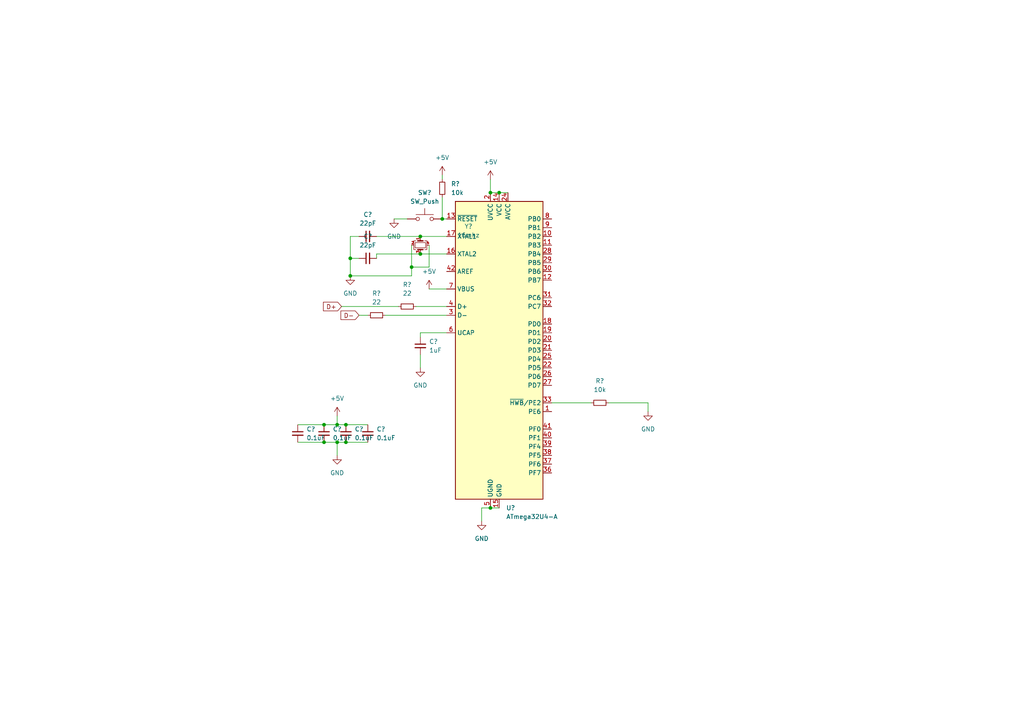
<source format=kicad_sch>
(kicad_sch (version 20211123) (generator eeschema)
  (paper "A4")
  (lib_symbols
    (symbol "Device:C_Small" (pin_numbers hide) (pin_names (offset 0.254) hide)
      (property "Reference" "C" (at 0.254 1.778 0))
      (property "Value" "C_Small" (at 0.254 -2.032 0))
      (symbol "C_Small_0_1"
        (polyline (pts (xy -1.524 -0.508) (xy 1.524 -0.508)) (stroke (width 0.3302)))
        (polyline (pts (xy -1.524 0.508) (xy 1.524 0.508)) (stroke (width 0.3048)))
      )
      (symbol "C_Small_1_1"
        (pin passive line (at 0 2.54 270) (length 2.032) (name "~") (number "1"))
        (pin passive line (at 0 -2.54 90) (length 2.032) (name "~") (number "2"))
      )
    )
    (symbol "Device:Crystal_GND24_Small" (pin_names (offset 1.016) hide)
      (property "Reference" "Y" (at 1.27 4.445 0))
      (property "Value" "Crystal_GND24_Small" (at 1.27 2.54 0))
      (symbol "Crystal_GND24_Small_0_1"
        (rectangle (start -0.762 -1.524) (end 0.762 1.524))
        (polyline (pts (xy -1.27 -0.762) (xy -1.27 0.762)) (stroke (width 0.381)))
        (polyline (pts (xy 1.27 -0.762) (xy 1.27 0.762)) (stroke (width 0.381)))
        (polyline (pts (xy -1.27 -1.27) (xy -1.27 -1.905) (xy 1.27 -1.905) (xy 1.27 -1.27)))
        (polyline (pts (xy -1.27 1.27) (xy -1.27 1.905) (xy 1.27 1.905) (xy 1.27 1.27)))
      )
      (symbol "Crystal_GND24_Small_1_1"
        (pin passive line (at -2.54 0 0) (length 1.27) (name "1") (number "1"))
        (pin passive line (at 0 -2.54 90) (length 0.635) (name "2") (number "2"))
        (pin passive line (at 2.54 0 180) (length 1.27) (name "3") (number "3"))
        (pin passive line (at 0 2.54 270) (length 0.635) (name "4") (number "4"))
      )
    )
    (symbol "Device:R_Small" (pin_numbers hide) (pin_names (offset 0.254) hide)
      (property "Reference" "R" (at 0.762 0.508 0))
      (property "Value" "R_Small" (at 0.762 -1.016 0))
      (symbol "R_Small_0_1"
        (rectangle (start -0.762 1.778) (end 0.762 -1.778) (stroke (width 0.2032)))
      )
      (symbol "R_Small_1_1"
        (pin passive line (at 0 2.54 270) (length 0.762) (name "~") (number "1"))
        (pin passive line (at 0 -2.54 90) (length 0.762) (name "~") (number "2"))
      )
    )
    (symbol "MCU_Microchip_ATmega:ATmega32U4-A"
      (property "Reference" "U" (at -12.7 44.45 0))
      (property "Value" "ATmega32U4-A" (at 2.54 -44.45 0))
      (symbol "ATmega32U4-A_0_1"
        (rectangle (start -12.7 -43.18) (end 12.7 43.18) (stroke (width 0.254)) (fill (type background)))
      )
      (symbol "ATmega32U4-A_1_1"
        (pin bidirectional line (at 15.24 -17.78 180) (length 2.54) (name "PE6") (number "1"))
        (pin bidirectional line (at 15.24 33.02 180) (length 2.54) (name "PB2") (number "10"))
        (pin bidirectional line (at 15.24 30.48 180) (length 2.54) (name "PB3") (number "11"))
        (pin bidirectional line (at 15.24 20.32 180) (length 2.54) (name "PB7") (number "12"))
        (pin input line (at -15.24 38.1 0) (length 2.54) (name "~{RESET}") (number "13"))
        (pin power_in line (at 0 45.72 270) (length 2.54) (name "VCC") (number "14"))
        (pin power_in line (at 0 -45.72 90) (length 2.54) (name "GND") (number "15"))
        (pin output line (at -15.24 27.94 0) (length 2.54) (name "XTAL2") (number "16"))
        (pin input line (at -15.24 33.02 0) (length 2.54) (name "XTAL1") (number "17"))
        (pin bidirectional line (at 15.24 7.62 180) (length 2.54) (name "PD0") (number "18"))
        (pin bidirectional line (at 15.24 5.08 180) (length 2.54) (name "PD1") (number "19"))
        (pin power_in line (at -2.54 45.72 270) (length 2.54) (name "UVCC") (number "2"))
        (pin bidirectional line (at 15.24 2.54 180) (length 2.54) (name "PD2") (number "20"))
        (pin bidirectional line (at 15.24 0 180) (length 2.54) (name "PD3") (number "21"))
        (pin bidirectional line (at 15.24 -5.08 180) (length 2.54) (name "PD5") (number "22"))
        (pin passive line (at 0 -45.72 90) (length 2.54) hide (name "GND") (number "23"))
        (pin power_in line (at 2.54 45.72 270) (length 2.54) (name "AVCC") (number "24"))
        (pin bidirectional line (at 15.24 -2.54 180) (length 2.54) (name "PD4") (number "25"))
        (pin bidirectional line (at 15.24 -7.62 180) (length 2.54) (name "PD6") (number "26"))
        (pin bidirectional line (at 15.24 -10.16 180) (length 2.54) (name "PD7") (number "27"))
        (pin bidirectional line (at 15.24 27.94 180) (length 2.54) (name "PB4") (number "28"))
        (pin bidirectional line (at 15.24 25.4 180) (length 2.54) (name "PB5") (number "29"))
        (pin bidirectional line (at -15.24 10.16 0) (length 2.54) (name "D-") (number "3"))
        (pin bidirectional line (at 15.24 22.86 180) (length 2.54) (name "PB6") (number "30"))
        (pin bidirectional line (at 15.24 15.24 180) (length 2.54) (name "PC6") (number "31"))
        (pin bidirectional line (at 15.24 12.7 180) (length 2.54) (name "PC7") (number "32"))
        (pin bidirectional line (at 15.24 -15.24 180) (length 2.54) (name "~{HWB}/PE2") (number "33"))
        (pin passive line (at 0 45.72 270) (length 2.54) hide (name "VCC") (number "34"))
        (pin passive line (at 0 -45.72 90) (length 2.54) hide (name "GND") (number "35"))
        (pin bidirectional line (at 15.24 -35.56 180) (length 2.54) (name "PF7") (number "36"))
        (pin bidirectional line (at 15.24 -33.02 180) (length 2.54) (name "PF6") (number "37"))
        (pin bidirectional line (at 15.24 -30.48 180) (length 2.54) (name "PF5") (number "38"))
        (pin bidirectional line (at 15.24 -27.94 180) (length 2.54) (name "PF4") (number "39"))
        (pin bidirectional line (at -15.24 12.7 0) (length 2.54) (name "D+") (number "4"))
        (pin bidirectional line (at 15.24 -25.4 180) (length 2.54) (name "PF1") (number "40"))
        (pin bidirectional line (at 15.24 -22.86 180) (length 2.54) (name "PF0") (number "41"))
        (pin passive line (at -15.24 22.86 0) (length 2.54) (name "AREF") (number "42"))
        (pin passive line (at 0 -45.72 90) (length 2.54) hide (name "GND") (number "43"))
        (pin passive line (at 2.54 45.72 270) (length 2.54) hide (name "AVCC") (number "44"))
        (pin passive line (at -2.54 -45.72 90) (length 2.54) (name "UGND") (number "5"))
        (pin passive line (at -15.24 5.08 0) (length 2.54) (name "UCAP") (number "6"))
        (pin input line (at -15.24 17.78 0) (length 2.54) (name "VBUS") (number "7"))
        (pin bidirectional line (at 15.24 38.1 180) (length 2.54) (name "PB0") (number "8"))
        (pin bidirectional line (at 15.24 35.56 180) (length 2.54) (name "PB1") (number "9"))
      )
    )
    (symbol "Switch:SW_Push" (pin_numbers hide) (pin_names (offset 1.016) hide)
      (property "Reference" "SW" (at 1.27 2.54 0))
      (property "Value" "SW_Push" (at 0 -1.524 0))
      (symbol "SW_Push_0_1"
        (circle (center -2.032 0) (radius 0.508))
        (polyline (pts (xy 0 1.27) (xy 0 3.048)))
        (polyline (pts (xy 2.54 1.27) (xy -2.54 1.27)))
        (circle (center 2.032 0) (radius 0.508))
        (pin passive line (at -5.08 0 0) (length 2.54) (name "1") (number "1"))
        (pin passive line (at 5.08 0 180) (length 2.54) (name "2") (number "2"))
      )
    )
    (symbol "power:+5V" (power) (pin_names (offset 0))
      (property "Value" "+5V" (at 0 3.556 0))
      (symbol "+5V_0_1"
        (polyline (pts (xy -0.762 1.27) (xy 0 2.54)))
        (polyline (pts (xy 0 0) (xy 0 2.54)))
        (polyline (pts (xy 0 2.54) (xy 0.762 1.27)))
      )
      (symbol "+5V_1_1"
        (pin power_in line (at 0 0 90) (length 0) hide (name "+5V") (number "1"))
      )
    )
    (symbol "power:GND" (power) (pin_names (offset 0))
      (property "Value" "GND" (at 0 -3.81 0))
      (symbol "GND_0_1"
        (polyline (pts (xy 0 0) (xy 0 -1.27) (xy 1.27 -1.27) (xy 0 -2.54) (xy -1.27 -1.27) (xy 0 -1.27)))
      )
      (symbol "GND_1_1"
        (pin power_in line (at 0 0 270) (length 0) hide (name "GND") (number "1"))
      )
    )
  )
  (junction (at 101.6 80.01))
  (junction (at 100.33 128.27))
  (junction (at 97.79 128.27))
  (junction (at 93.98 123.19))
  (junction (at 100.33 123.19))
  (junction (at 119.38 77.47))
  (junction (at 121.92 68.58))
  (junction (at 128.27 63.5))
  (junction (at 93.98 128.27))
  (junction (at 142.24 147.32))
  (junction (at 101.6 74.93))
  (junction (at 142.24 55.88))
  (junction (at 121.92 73.66))
  (junction (at 97.79 123.19))
  (junction (at 144.78 55.88))
  (wire (pts (xy 104.14 91.44) (xy 106.68 91.44)))
  (wire (pts (xy 86.36 123.19) (xy 93.98 123.19)))
  (wire (pts (xy 121.92 102.87) (xy 121.92 106.68)))
  (wire (pts (xy 86.36 128.27) (xy 93.98 128.27)))
  (wire (pts (xy 97.79 128.27) (xy 100.33 128.27)))
  (wire (pts (xy 100.33 128.27) (xy 106.68 128.27)))
  (wire (pts (xy 109.22 73.66) (xy 109.22 74.93)))
  (wire (pts (xy 121.92 68.58) (xy 129.54 68.58)))
  (wire (pts (xy 121.92 73.66) (xy 129.54 73.66)))
  (wire (pts (xy 124.46 77.47) (xy 119.38 77.47)))
  (wire (pts (xy 139.7 147.32) (xy 139.7 151.13)))
  (wire (pts (xy 142.24 55.88) (xy 144.78 55.88)))
  (wire (pts (xy 100.33 123.19) (xy 106.68 123.19)))
  (wire (pts (xy 124.46 83.82) (xy 129.54 83.82)))
  (wire (pts (xy 160.02 116.84) (xy 171.45 116.84)))
  (wire (pts (xy 119.38 77.47) (xy 119.38 80.01)))
  (wire (pts (xy 176.53 116.84) (xy 187.96 116.84)))
  (wire (pts (xy 97.79 123.19) (xy 100.33 123.19)))
  (wire (pts (xy 119.38 80.01) (xy 101.6 80.01)))
  (wire (pts (xy 101.6 68.58) (xy 101.6 74.93)))
  (wire (pts (xy 93.98 123.19) (xy 97.79 123.19)))
  (wire (pts (xy 114.3 63.5) (xy 118.11 63.5)))
  (wire (pts (xy 128.27 50.8) (xy 128.27 52.07)))
  (wire (pts (xy 120.65 88.9) (xy 129.54 88.9)))
  (wire (pts (xy 101.6 74.93) (xy 104.14 74.93)))
  (wire (pts (xy 104.14 68.58) (xy 101.6 68.58)))
  (wire (pts (xy 144.78 147.32) (xy 142.24 147.32)))
  (wire (pts (xy 142.24 147.32) (xy 139.7 147.32)))
  (wire (pts (xy 144.78 55.88) (xy 147.32 55.88)))
  (wire (pts (xy 99.06 88.9) (xy 115.57 88.9)))
  (wire (pts (xy 97.79 128.27) (xy 97.79 132.08)))
  (wire (pts (xy 128.27 63.5) (xy 129.54 63.5)))
  (wire (pts (xy 121.92 96.52) (xy 121.92 97.79)))
  (wire (pts (xy 101.6 74.93) (xy 101.6 80.01)))
  (wire (pts (xy 93.98 128.27) (xy 97.79 128.27)))
  (wire (pts (xy 129.54 96.52) (xy 121.92 96.52)))
  (wire (pts (xy 111.76 91.44) (xy 129.54 91.44)))
  (wire (pts (xy 109.22 68.58) (xy 121.92 68.58)))
  (wire (pts (xy 187.96 116.84) (xy 187.96 119.38)))
  (wire (pts (xy 119.38 71.12) (xy 119.38 77.47)))
  (wire (pts (xy 124.46 71.12) (xy 124.46 77.47)))
  (wire (pts (xy 142.24 52.07) (xy 142.24 55.88)))
  (wire (pts (xy 128.27 57.15) (xy 128.27 63.5)))
  (wire (pts (xy 97.79 120.65) (xy 97.79 123.19)))
  (wire (pts (xy 121.92 73.66) (xy 109.22 73.66)))
  (global_label "D-" (shape input) (at 104.14 91.44 180) (property "Intersheet References" "${INTERSHEET_REFS}" (effects hide)))
  (global_label "D+" (shape input) (at 99.06 88.9 180) (property "Intersheet References" "${INTERSHEET_REFS}" (effects hide)))
  (symbol (lib_id "power:GND") (at 97.79 132.08 0) (unit 1)
    (property "Reference" "#PWR?" (effects hide))
    (property "Value" "GND" (at 97.79 137.16 0))
  )
  (symbol (lib_id "power:GND") (at 121.92 106.68 0) (unit 1)
    (property "Reference" "#PWR?" (effects hide))
    (property "Value" "GND" (at 121.92 111.76 0))
  )
  (symbol (lib_id "Device:C_Small") (at 106.68 74.93 90) (unit 1)
    (property "Reference" "C?" (at 106.6863 68.58 90))
    (property "Value" "22pF" (at 106.6863 71.12 90))
  )
  (symbol (lib_id "Device:C_Small") (at 106.68 68.58 90) (unit 1)
    (property "Reference" "C?" (at 106.6863 62.23 90))
    (property "Value" "22pF" (at 106.6863 64.77 90))
  )
  (symbol (lib_id "Device:C_Small") (at 93.98 125.73 0) (unit 1)
    (property "Reference" "C?" (at 96.52 124.4662 0) (effects (justify left)))
    (property "Value" "0.1uF" (at 96.52 127.0062 0) (effects (justify left)))
  )
  (symbol (lib_id "Device:R_Small") (at 128.27 54.61 0) (unit 1)
    (property "Reference" "R?" (at 130.81 53.3399 0) (effects (justify left)))
    (property "Value" "10k" (at 130.81 55.8799 0) (effects (justify left)))
  )
  (symbol (lib_id "power:GND") (at 114.3 63.5 0) (unit 1)
    (property "Reference" "#PWR?" (effects hide))
    (property "Value" "GND" (at 114.3 68.58 0))
  )
  (symbol (lib_id "Device:Crystal_GND24_Small") (at 121.92 71.12 270) (unit 1)
    (property "Reference" "Y?" (at 135.89 65.6588 90))
    (property "Value" "16mhz" (at 135.89 68.1988 90))
  )
  (symbol (lib_id "Device:C_Small") (at 100.33 125.73 0) (unit 1)
    (property "Reference" "C?" (at 102.87 124.4662 0) (effects (justify left)))
    (property "Value" "0.1uF" (at 102.87 127.0062 0) (effects (justify left)))
  )
  (symbol (lib_id "power:+5V") (at 97.79 120.65 0) (unit 1)
    (property "Reference" "#PWR?" (effects hide))
    (property "Value" "+5V" (at 97.79 115.57 0))
  )
  (symbol (lib_id "power:GND") (at 101.6 80.01 0) (unit 1)
    (property "Reference" "#PWR?" (effects hide))
    (property "Value" "GND" (at 101.6 85.09 0))
  )
  (symbol (lib_id "power:GND") (at 139.7 151.13 0) (unit 1)
    (property "Reference" "#PWR?" (effects hide))
    (property "Value" "GND" (at 139.7 156.21 0))
  )
  (symbol (lib_id "Device:C_Small") (at 106.68 125.73 0) (unit 1)
    (property "Reference" "C?" (at 109.22 124.4662 0) (effects (justify left)))
    (property "Value" "0.1uF" (at 109.22 127.0062 0) (effects (justify left)))
  )
  (symbol (lib_id "Switch:SW_Push") (at 123.19 63.5 0) (unit 1)
    (property "Reference" "SW?" (at 123.19 55.88 0))
    (property "Value" "SW_Push" (at 123.19 58.42 0))
  )
  (symbol (lib_id "Device:R_Small") (at 118.11 88.9 90) (unit 1)
    (property "Reference" "R?" (at 118.11 82.55 90))
    (property "Value" "22" (at 118.11 85.09 90))
  )
  (symbol (lib_id "Device:R_Small") (at 173.99 116.84 90) (unit 1)
    (property "Reference" "R?" (at 173.99 110.49 90))
    (property "Value" "10k" (at 173.99 113.03 90))
  )
  (symbol (lib_id "power:+5V") (at 124.46 83.82 0) (unit 1)
    (property "Reference" "#PWR?" (effects hide))
    (property "Value" "+5V" (at 124.46 78.74 0))
  )
  (symbol (lib_id "Device:C_Small") (at 86.36 125.73 0) (unit 1)
    (property "Reference" "C?" (at 88.9 124.4662 0) (effects (justify left)))
    (property "Value" "0.1uF" (at 88.9 127.0062 0) (effects (justify left)))
  )
  (symbol (lib_id "Device:C_Small") (at 121.92 100.33 0) (unit 1)
    (property "Reference" "C?" (at 124.46 99.0662 0) (effects (justify left)))
    (property "Value" "1uF" (at 124.46 101.6062 0) (effects (justify left)))
  )
  (symbol (lib_id "power:+5V") (at 142.24 52.07 0) (unit 1)
    (property "Reference" "#PWR?" (effects hide))
    (property "Value" "+5V" (at 142.24 46.99 0))
  )
  (symbol (lib_id "Device:R_Small") (at 109.22 91.44 90) (unit 1)
    (property "Reference" "R?" (at 109.22 85.09 90))
    (property "Value" "22" (at 109.22 87.63 90))
  )
  (symbol (lib_id "power:+5V") (at 128.27 50.8 0) (unit 1)
    (property "Reference" "#PWR?" (effects hide))
    (property "Value" "+5V" (at 128.27 45.72 0))
  )
  (symbol (lib_id "MCU_Microchip_ATmega:ATmega32U4-A") (at 144.78 101.6 0) (unit 1)
    (property "Reference" "U?" (at 146.7994 147.32 0) (effects (justify left)))
    (property "Value" "ATmega32U4-A" (at 146.7994 149.86 0) (effects (justify left)))
    (property "Footprint" "Package_QFP:TQFP-44_10x10mm_P0.8mm" (effects hide))
    (property "Datasheet" "http://ww1.microchip.com/downloads/en/DeviceDoc/Atmel-7766-8-bit-AVR-ATmega16U4-32U4_Datasheet.pdf" (effects hide))
  )
  (symbol (lib_id "power:GND") (at 187.96 119.38 0) (unit 1)
    (property "Reference" "#PWR?" (effects hide))
    (property "Value" "GND" (at 187.96 124.46 0))
  )
)
</source>
